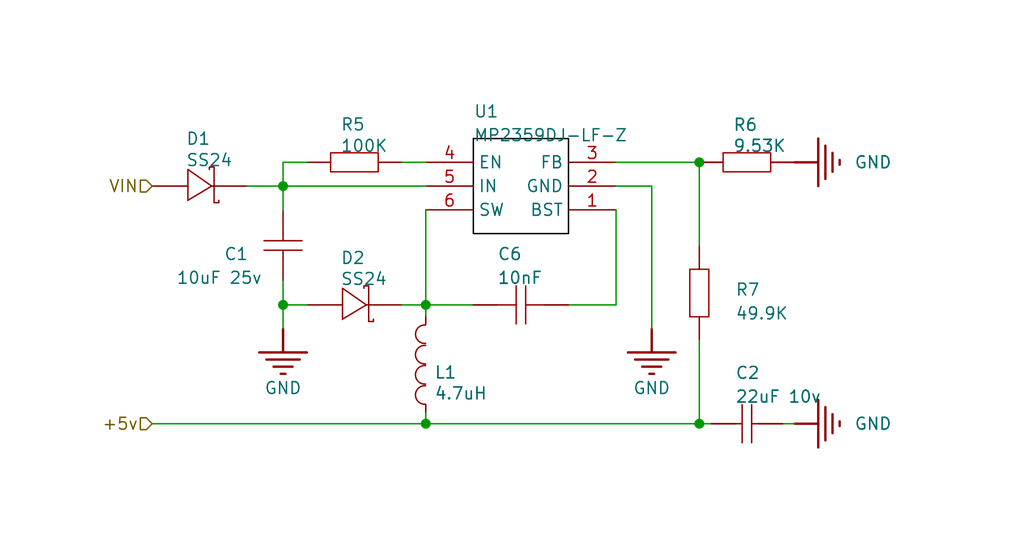
<source format=kicad_sch>
(kicad_sch (version 20250114) (generator "eeschema") (generator_version "9.0")
  (paper "User" 109.347 57.6072)
  (lib_symbols
    (symbol "dc-dc converter-altium-import:GND_POWER_GROUND" (power)
      (property "Value" "GND" (at 0 -6.35 0))
      (symbol "GND_POWER_GROUND_0_0"
        (polyline (pts (xy -2.54 -2.54) (xy 2.54 -2.54)) (stroke (width 0.254)))
        (polyline (pts (xy -1.778 -3.302) (xy 1.778 -3.302)) (stroke (width 0.254)))
        (polyline (pts (xy -1.016 -4.064) (xy 1.016 -4.064)) (stroke (width 0.254)))
        (polyline (pts (xy -0.254 -4.826) (xy 0.254 -4.826)) (stroke (width 0.254)))
        (polyline (pts (xy 0 0) (xy 0 -2.54)) (stroke (width 0.254)))
        (pin power_in line (at 0 0 0) (length 0) (hide yes) (name "GND") (number ""))
      )
    )
    (symbol "dc-dc converter-altium-import:root_0_100K_" (pin_numbers (hide yes)) (pin_names (hide yes))
      (symbol "root_0_100K__1_0"
        (rectangle (start -2.54 1.016) (end 2.54 -1.016) (stroke (width 0) (color 160 0 0 1)))
        (pin passive line (at -5.08 0 0) (length 2.54) (name "1") (number "1"))
        (pin passive line (at 5.08 0 180) (length 2.54) (name "2") (number "2"))
      )
    )
    (symbol "dc-dc converter-altium-import:root_0_10nF_" (pin_numbers (hide yes)) (pin_names (hide yes))
      (symbol "root_0_10nF__1_0"
        (polyline (pts (xy -0.508 0) (xy -2.54 0)) (stroke (width 0) (color 160 0 0 1)))
        (polyline (pts (xy -0.508 -2.032) (xy -0.508 2.032)) (stroke (width 0) (color 160 0 0 1)))
        (polyline (pts (xy 0.508 2.032) (xy 0.508 -2.032)) (stroke (width 0) (color 160 0 0 1)))
        (polyline (pts (xy 2.54 0) (xy 0.508 0)) (stroke (width 0) (color 160 0 0 1)))
        (pin passive line (at -5.08 0 0) (length 2.54) (name "1") (number "1"))
        (pin passive line (at 5.08 0 180) (length 2.54) (name "2") (number "2"))
      )
    )
    (symbol "dc-dc converter-altium-import:root_0_SS24_" (pin_numbers (hide yes)) (pin_names (hide yes))
      (symbol "root_0_SS24__1_0"
        (polyline (pts (xy -1.27 -1.524) (xy 1.27 0) (xy 1.27 0) (xy -1.27 1.778) (xy -1.27 1.778) (xy -1.27 -1.524)) (stroke (width 0) (color 136 0 0 1)))
        (polyline (pts (xy 2.032 -1.524) (xy 2.032 -1.778) (xy 2.032 -1.778) (xy 1.524 -1.778) (xy 1.524 -1.778) (xy 1.524 2.032) (xy 1.524 2.032) (xy 1.016 2.032) (xy 1.016 2.032) (xy 1.016 1.778)) (stroke (width 0) (color 136 0 0 1)))
        (pin passive line (at -5.08 0 0) (length 3.81) (name "A") (number "1"))
        (pin passive line (at 5.08 0 180) (length 3.81) (name "K") (number "2"))
      )
    )
    (symbol "dc-dc converter-altium-import:root_1_4.7uH_" (pin_numbers (hide yes)) (pin_names (hide yes))
      (symbol "root_1_4.7uH__1_0"
        (arc (start -0.018 0.0423) (mid -1.101 1.0296) (end -0.0168 2.0156) (stroke (width 0) (color 136 0 0 1)))
        (arc (start -0.018 -2.1087) (mid -1.101 -1.1214) (end -0.0168 -0.1354) (stroke (width 0) (color 136 0 0 1)))
        (arc (start -0.017 2.2343) (mid -1.1 3.2216) (end -0.0158 4.2076) (stroke (width 0) (color 136 0 0 1)))
        (arc (start -0.0169 -4.2637) (mid -1.1 -3.2765) (end -0.0159 -2.2904) (stroke (width 0) (color 136 0 0 1)))
        (pin passive line (at 0 5.08 270) (length 0.762) (name "2") (number "2"))
        (pin passive line (at 0 -5.08 90) (length 0.762) (name "1") (number "1"))
      )
    )
    (symbol "dc-dc converter-altium-import:root_1_49.9K_" (pin_numbers (hide yes)) (pin_names (hide yes))
      (symbol "root_1_49.9K__1_0"
        (rectangle (start -1.016 2.54) (end 1.016 -2.54) (stroke (width 0) (color 160 0 0 1)))
        (pin passive line (at 0 5.08 270) (length 2.54) (name "2") (number "2"))
        (pin passive line (at 0 -5.08 90) (length 2.54) (name "1") (number "1"))
      )
    )
    (symbol "dc-dc converter-altium-import:root_2_22uF 10v_" (pin_numbers (hide yes)) (pin_names (hide yes))
      (symbol "root_2_22uF 10v__1_0"
        (polyline (pts (xy -0.508 0) (xy -1.27 0)) (stroke (width 0) (color 136 0 0 1)))
        (polyline (pts (xy -0.508 -2.032) (xy -0.508 2.032)) (stroke (width 0) (color 136 0 0 1)))
        (polyline (pts (xy 0.508 -2.032) (xy 0.508 2.032)) (stroke (width 0) (color 136 0 0 1)))
        (polyline (pts (xy 1.27 0) (xy 0.508 0)) (stroke (width 0) (color 136 0 0 1)))
        (pin passive line (at -3.81 0 0) (length 2.54) (name "2") (number "2"))
        (pin passive line (at 3.81 0 180) (length 2.54) (name "1") (number "1"))
      )
    )
    (symbol "dc-dc converter-altium-import:root_2_9.53K_" (pin_numbers (hide yes)) (pin_names (hide yes))
      (symbol "root_2_9.53K__1_0"
        (rectangle (start -2.54 1.016) (end 2.54 -1.016) (stroke (width 0) (color 160 0 0 1)))
        (pin passive line (at -5.08 0 0) (length 2.54) (name "2") (number "2"))
        (pin passive line (at 5.08 0 180) (length 2.54) (name "1") (number "1"))
      )
    )
    (symbol "dc-dc converter-altium-import:root_2_MP2359DJ-LF-Z_"
      (symbol "root_2_MP2359DJ-LF-Z__1_0"
        (rectangle (start -5.08 5.08) (end 5.08 -5.08) (stroke (width 0) (color 0 0 0 1)))
        (pin passive line (at -10.16 2.54 0) (length 5.08) (name "EN") (number "4"))
        (pin passive line (at -10.16 0 0) (length 5.08) (name "IN") (number "5"))
        (pin passive line (at -10.16 -2.54 0) (length 5.08) (name "SW") (number "6"))
        (pin passive line (at 10.16 2.54 180) (length 5.08) (name "FB") (number "3"))
        (pin passive line (at 10.16 0 180) (length 5.08) (name "GND") (number "2"))
        (pin passive line (at 10.16 -2.54 180) (length 5.08) (name "BST") (number "1"))
      )
    )
    (symbol "dc-dc converter-altium-import:root_3_10uF 25v_" (pin_numbers (hide yes)) (pin_names (hide yes))
      (symbol "root_3_10uF 25v__1_0"
        (polyline (pts (xy 0 1.27) (xy 0 0.508)) (stroke (width 0) (color 136 0 0 1)))
        (polyline (pts (xy 0 -0.508) (xy 0 -1.27)) (stroke (width 0) (color 136 0 0 1)))
        (polyline (pts (xy 2.032 0.508) (xy -2.032 0.508)) (stroke (width 0) (color 136 0 0 1)))
        (polyline (pts (xy 2.032 -0.508) (xy -2.032 -0.508)) (stroke (width 0) (color 136 0 0 1)))
        (pin passive line (at 0 3.81 270) (length 2.54) (name "1") (number "1"))
        (pin passive line (at 0 -3.81 90) (length 2.54) (name "2") (number "2"))
      )
    )
  )
  (junction (at 30.226 19.8882))
  (junction (at 30.226 32.5882))
  (junction (at 74.676 45.2882))
  (junction (at 74.676 17.3482))
  (junction (at 45.466 45.2882))
  (junction (at 45.466 32.5882))
  (wire (pts (xy 65.786 17.3482) (xy 74.676 17.3482)))
  (wire (pts (xy 30.226 22.4282) (xy 30.226 19.8882)))
  (wire (pts (xy 32.766 17.3482) (xy 30.226 17.3482)))
  (wire (pts (xy 74.676 36.3982) (xy 74.676 45.2882)))
  (wire (pts (xy 50.546 32.5882) (xy 45.466 32.5882)))
  (wire (pts (xy 45.466 33.8582) (xy 45.466 32.5882)))
  (wire (pts (xy 16.256 45.2882) (xy 45.466 45.2882)))
  (wire (pts (xy 65.786 22.4282) (xy 65.786 32.5882)))
  (wire (pts (xy 74.676 45.2882) (xy 75.946 45.2882)))
  (wire (pts (xy 45.466 44.0182) (xy 45.466 45.2882)))
  (wire (pts (xy 26.416 19.8882) (xy 30.226 19.8882)))
  (wire (pts (xy 65.786 32.5882) (xy 60.706 32.5882)))
  (wire (pts (xy 30.226 30.0482) (xy 30.226 32.5882)))
  (wire (pts (xy 74.676 17.3482) (xy 74.676 26.2382)))
  (wire (pts (xy 45.466 32.5882) (xy 45.466 22.4282)))
  (wire (pts (xy 32.766 32.5882) (xy 30.226 32.5882)))
  (wire (pts (xy 65.786 19.8882) (xy 69.596 19.8882)))
  (wire (pts (xy 30.226 19.8882) (xy 45.466 19.8882)))
  (wire (pts (xy 69.596 19.8882) (xy 69.596 35.1282)))
  (wire (pts (xy 45.466 32.5882) (xy 42.926 32.5882)))
  (wire (pts (xy 42.926 17.3482) (xy 45.466 17.3482)))
  (wire (pts (xy 30.226 32.5882) (xy 30.226 35.1282)))
  (wire (pts (xy 45.466 45.2882) (xy 74.676 45.2882)))
  (wire (pts (xy 30.226 17.3482) (xy 30.226 19.8882)))
  (wire (pts (xy 83.566 45.2882) (xy 84.836 45.2882)))
  (hierarchical_label "+5v" (shape input) (at 16.256 45.2882 180))
  (hierarchical_label "VIN" (shape input) (at 16.256 19.8882 180))
  (symbol (lib_id "dc-dc converter-altium-import:root_2_22uF 10v_") (at 79.756 45.2882 0) (unit 1)
    (property "Reference" "C2" (at 78.486 40.5742 0) (effects (justify left bottom)))
    (property "Value" "22uF 10v" (at 78.486 43.1162 0) (effects (justify left bottom)))
    (property "SUPPLIER" "LCSC" (effects (hide yes)))
    (property "MANUFACTURER" "FH" (effects (hide yes)))
    (property "MANUFACTURER PART" "0805F226M100NT" (effects (hide yes)))
    (property "NAMEALIAS" "Capacitance" (effects (hide yes)))
    (property "SUPPLIER PART" "C67101" (effects (hide yes)))
    (property "SPICEPRE" "C" (effects (hide yes)))
    (property "SPICESYMBOLNAME" "0805F226M100NT" (effects (hide yes)))
  )
  (symbol (lib_id "dc-dc converter-altium-import:root_0_SS24_") (at 21.336 19.8882 0) (unit 1)
    (property "Reference" "D1" (at 19.822 15.5492 0) (effects (justify left bottom)))
    (property "Value" "SS24" (at 19.824 17.8352 0) (effects (justify left bottom)))
    (property "SUPPLIER" "LCSC" (effects (hide yes)))
    (property "MANUFACTURER PART" "SS24" (effects (hide yes)))
    (property "MANUFACTURER" "MDD" (effects (hide yes)))
    (property "IMAGE" "//image.lceda.cn/szlcsc/C50645.jpg" (effects (hide yes)))
    (property "SUPPLIER PART" "C50645" (effects (hide yes)))
    (property "LCSC ASSEMBLY" "Yes" (effects (hide yes)))
    (property "SMT TYPE" "Extend" (effects (hide yes)))
    (property "SPICEPRE" "D" (effects (hide yes)))
  )
  (symbol (lib_id "dc-dc converter-altium-import:root_0_SS24_") (at 37.846 32.5882 0) (unit 1)
    (property "Reference" "D2" (at 36.332 28.2922 0) (effects (justify left bottom)))
    (property "Value" "SS24" (at 36.33 30.5352 0) (effects (justify left bottom)))
    (property "SUPPLIER" "LCSC" (effects (hide yes)))
    (property "MANUFACTURER PART" "SS24" (effects (hide yes)))
    (property "MANUFACTURER" "MDD" (effects (hide yes)))
    (property "IMAGE" "//image.lceda.cn/szlcsc/C50645.jpg" (effects (hide yes)))
    (property "SUPPLIER PART" "C50645" (effects (hide yes)))
    (property "LCSC ASSEMBLY" "Yes" (effects (hide yes)))
    (property "SMT TYPE" "Extend" (effects (hide yes)))
    (property "SPICEPRE" "D" (effects (hide yes)))
  )
  (symbol (lib_id "dc-dc converter-altium-import:GND_POWER_GROUND") (at 84.836 17.3482 90) (unit 1)
    (property "Reference" "#PWR?" (effects (hide yes)))
    (property "Value" "GND" (at 91.186 17.3482 90) (effects (justify right)))
  )
  (symbol (lib_id "dc-dc converter-altium-import:root_2_MP2359DJ-LF-Z_") (at 55.626 19.8882 0) (unit 1)
    (property "Reference" "U1" (at 50.546 12.6342 0) (effects (justify left bottom)))
    (property "Value" "MP2359DJ-LF-Z" (at 50.546 15.1762 0) (effects (justify left bottom)))
    (property "SUPPLIER" "LCSC" (effects (hide yes)))
    (property "MANUFACTURER" "MPS" (effects (hide yes)))
    (property "MANUFACTURER PART" "MP2359DJ-LF-Z" (effects (hide yes)))
    (property "LCSC ASSEMBLY" "Yes" (effects (hide yes)))
    (property "IMAGE" "//image.lceda.cn/szlcsc/C14259.jpg" (effects (hide yes)))
    (property "SUPPLIER PART" "C14259" (effects (hide yes)))
    (property "SMT TYPE" "Basic" (effects (hide yes)))
    (property "SPICEPRE" "U" (effects (hide yes)))
  )
  (symbol (lib_id "dc-dc converter-altium-import:GND_POWER_GROUND") (at 84.836 45.2882 90) (unit 1)
    (property "Reference" "#PWR?" (effects (hide yes)))
    (property "Value" "GND" (at 91.186 45.2882 90) (effects (justify right)))
  )
  (symbol (lib_id "dc-dc converter-altium-import:GND_POWER_GROUND") (at 69.596 35.1282 0) (unit 1)
    (property "Reference" "#PWR?" (effects (hide yes)))
    (property "Value" "GND" (at 69.596 41.4782 0))
  )
  (symbol (lib_id "dc-dc converter-altium-import:GND_POWER_GROUND") (at 30.226 35.1282 0) (unit 1)
    (property "Reference" "#PWR?" (effects (hide yes)))
    (property "Value" "GND" (at 30.226 41.4782 0))
  )
  (symbol (lib_id "dc-dc converter-altium-import:root_1_4.7uH_") (at 45.466 38.9382 0) (unit 1)
    (property "Reference" "L1" (at 46.35 40.5302 0) (effects (justify left bottom)))
    (property "Value" "4.7uH" (at 46.347 42.7742 0) (effects (justify left bottom)))
    (property "SUPPLIER" "LCSC" (effects (hide yes)))
    (property "SUPPLIER PART" "C187277" (effects (hide yes)))
    (property "MANUFACTURER" "Abracon LLC" (effects (hide yes)))
    (property "MANUFACTURER PART" "ASPI-0428S-4R7M-T" (effects (hide yes)))
    (property "NAMEALIAS" "Inductance" (effects (hide yes)))
    (property "CONTRIBUTOR" "LCSC" (effects (hide yes)))
    (property "SPICEPRE" "L" (effects (hide yes)))
    (property "SPICESYMBOLNAME" "ASPI-0428S-4R7M-T" (effects (hide yes)))
  )
  (symbol (lib_id "dc-dc converter-altium-import:root_2_9.53K_") (at 79.756 17.3482 0) (unit 1)
    (property "Reference" "R6" (at 78.244 14.0662 0) (effects (justify left bottom)))
    (property "Value" "9.53K" (at 78.244 16.3112 0) (effects (justify left bottom)))
    (property "SUPPLIER" "LCSC" (effects (hide yes)))
    (property "SUPPLIER PART" "C218742" (effects (hide yes)))
    (property "MANUFACTURER" "Viking Tech" (effects (hide yes)))
    (property "MANUFACTURER PART" "ARG05FTC9531" (effects (hide yes)))
    (property "NAMEALIAS" "Resistance (Ohms)" (effects (hide yes)))
    (property "CONTRIBUTOR" "LCSC" (effects (hide yes)))
    (property "SPICEPRE" "R" (effects (hide yes)))
    (property "SPICESYMBOLNAME" "ARG05FTC9531" (effects (hide yes)))
  )
  (symbol (lib_id "dc-dc converter-altium-import:root_1_49.9K_") (at 74.676 31.3182 0) (unit 1)
    (property "Reference" "R7" (at 78.488 31.6842 0) (effects (justify left bottom)))
    (property "Value" "49.9K" (at 78.486 34.2262 0) (effects (justify left bottom)))
    (property "SUPPLIER" "LCSC" (effects (hide yes)))
    (property "SUPPLIER PART" "C308407" (effects (hide yes)))
    (property "MANUFACTURER" "ROHM Semicon" (effects (hide yes)))
    (property "MANUFACTURER PART" "MCR10EZPF4992" (effects (hide yes)))
    (property "NAMEALIAS" "Resistance (Ohms)" (effects (hide yes)))
    (property "CONTRIBUTOR" "LCSC" (effects (hide yes)))
    (property "SPICEPRE" "R" (effects (hide yes)))
    (property "SPICESYMBOLNAME" "MCR10EZPF4992" (effects (hide yes)))
  )
  (symbol (lib_id "dc-dc converter-altium-import:root_3_10uF 25v_") (at 30.226 26.2382 0) (unit 1)
    (property "Reference" "C1" (at 23.876 27.8762 0) (effects (justify left bottom)))
    (property "Value" "10uF 25v" (at 18.796 30.4162 0) (effects (justify left bottom)))
    (property "SUPPLIER" "LCSC" (effects (hide yes)))
    (property "MANUFACTURER" "FH" (effects (hide yes)))
    (property "MANUFACTURER PART" "0805X106K250NT" (effects (hide yes)))
    (property "NAMEALIAS" "Capacitance" (effects (hide yes)))
    (property "SUPPLIER PART" "C40894" (effects (hide yes)))
    (property "SPICEPRE" "C" (effects (hide yes)))
    (property "SPICESYMBOLNAME" "0805X106K250NT" (effects (hide yes)))
  )
  (symbol (lib_id "dc-dc converter-altium-import:root_0_100K_") (at 37.846 17.3482 0) (unit 1)
    (property "Reference" "R5" (at 36.332 14.0252 0) (effects (justify left bottom)))
    (property "Value" "100K" (at 36.33 16.3112 0) (effects (justify left bottom)))
    (property "SUPPLIER" "LCSC" (effects (hide yes)))
    (property "MANUFACTURER" "UniOhm" (effects (hide yes)))
    (property "MANUFACTURER PART" "080500F1003T5E" (effects (hide yes)))
    (property "NAMEALIAS" "Resistance (Ohms)" (effects (hide yes)))
    (property "CONTRIBUTOR" "LCSC" (effects (hide yes)))
    (property "SUPPLIER PART" "C149504" (effects (hide yes)))
    (property "SPICEPRE" "R" (effects (hide yes)))
    (property "SPICESYMBOLNAME" "080500F1003T5E" (effects (hide yes)))
  )
  (symbol (lib_id "dc-dc converter-altium-import:root_0_10nF_") (at 55.626 32.5882 0) (unit 1)
    (property "Reference" "C6" (at 53.088 27.8762 0) (effects (justify left bottom)))
    (property "Value" "10nF" (at 53.086 30.4162 0) (effects (justify left bottom)))
    (property "SUPPLIER" "LCSC" (effects (hide yes)))
    (property "MANUFACTURER" "YAGEO" (effects (hide yes)))
    (property "MANUFACTURER PART" "CC0805KRX7R9BB103" (effects (hide yes)))
    (property "NAMEALIAS" "Capacitance" (effects (hide yes)))
    (property "SUPPLIER PART" "C83170" (effects (hide yes)))
    (property "SPICEPRE" "C" (effects (hide yes)))
    (property "SPICESYMBOLNAME" "CC0805KRX7R9BB103" (effects (hide yes)))
  )
)
</source>
